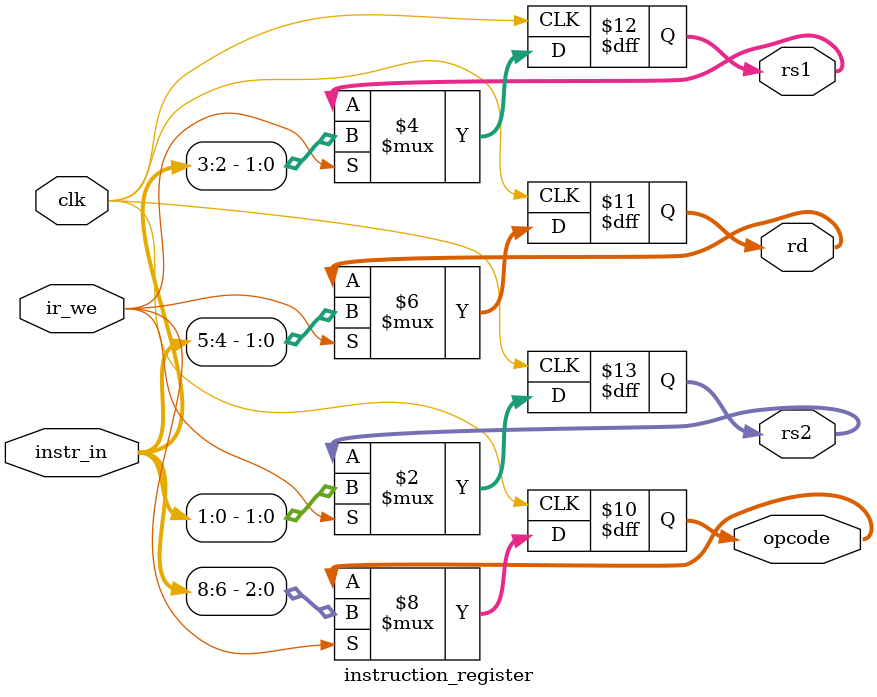
<source format=v>
module instruction_register (
    input  wire        clk,
    input  wire        ir_we,        // instruction register write enable
    input  wire [8:0]  instr_in,     // instruction from instruction memory

    output reg  [2:0]  opcode,
    output reg  [1:0]  rd,
    output reg  [1:0]  rs1,
    output reg  [1:0]  rs2
);

    // -----------------------------------------
    // Latch instruction fields on clock
    // -----------------------------------------
    always @(posedge clk) begin
        if (ir_we) begin
            opcode <= instr_in[8:6];
            rd     <= instr_in[5:4];
            rs1    <= instr_in[3:2];
            rs2    <= instr_in[1:0];
        end
    end

endmodule

</source>
